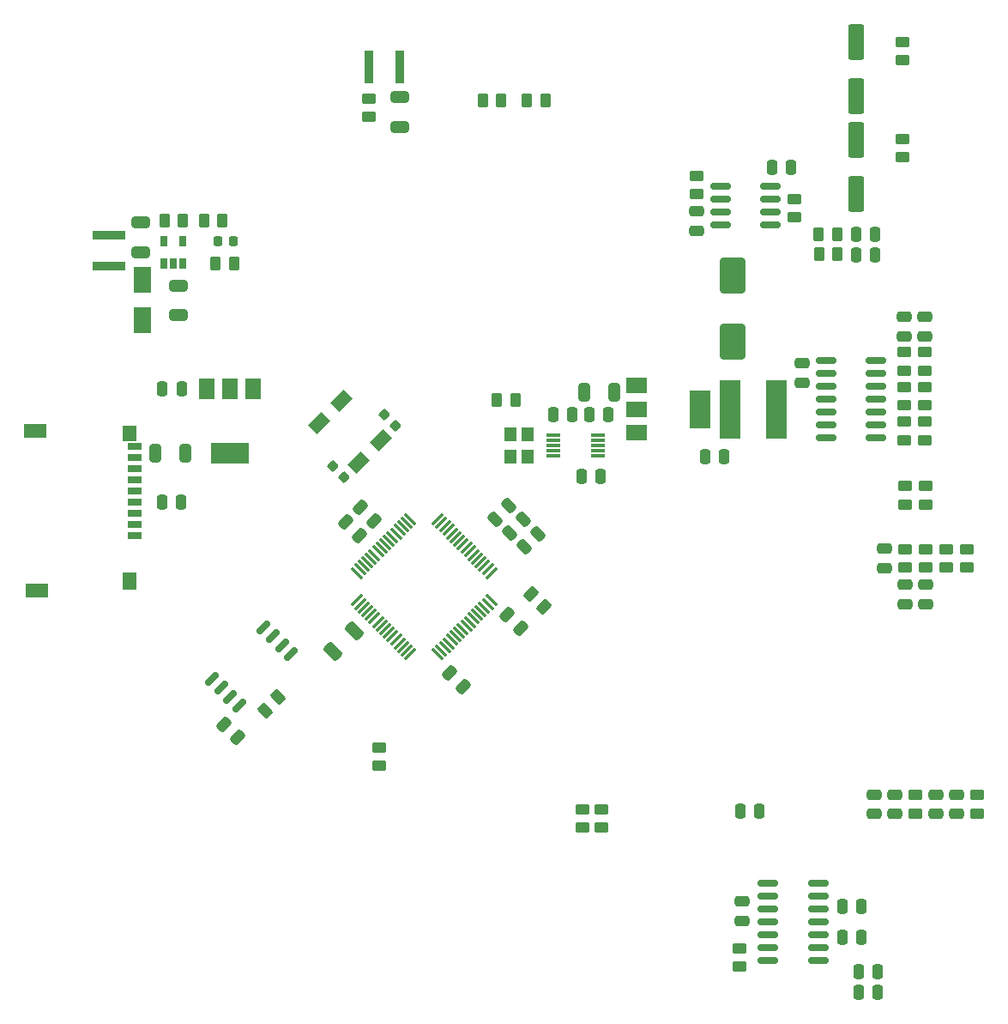
<source format=gtp>
G04 #@! TF.GenerationSoftware,KiCad,Pcbnew,(6.0.1)*
G04 #@! TF.CreationDate,2022-02-24T15:47:44-08:00*
G04 #@! TF.ProjectId,MegaBlaster2,4d656761-426c-4617-9374-6572322e6b69,rev?*
G04 #@! TF.SameCoordinates,Original*
G04 #@! TF.FileFunction,Paste,Top*
G04 #@! TF.FilePolarity,Positive*
%FSLAX46Y46*%
G04 Gerber Fmt 4.6, Leading zero omitted, Abs format (unit mm)*
G04 Created by KiCad (PCBNEW (6.0.1)) date 2022-02-24 15:47:44*
%MOMM*%
%LPD*%
G01*
G04 APERTURE LIST*
G04 Aperture macros list*
%AMRoundRect*
0 Rectangle with rounded corners*
0 $1 Rounding radius*
0 $2 $3 $4 $5 $6 $7 $8 $9 X,Y pos of 4 corners*
0 Add a 4 corners polygon primitive as box body*
4,1,4,$2,$3,$4,$5,$6,$7,$8,$9,$2,$3,0*
0 Add four circle primitives for the rounded corners*
1,1,$1+$1,$2,$3*
1,1,$1+$1,$4,$5*
1,1,$1+$1,$6,$7*
1,1,$1+$1,$8,$9*
0 Add four rect primitives between the rounded corners*
20,1,$1+$1,$2,$3,$4,$5,0*
20,1,$1+$1,$4,$5,$6,$7,0*
20,1,$1+$1,$6,$7,$8,$9,0*
20,1,$1+$1,$8,$9,$2,$3,0*%
%AMRotRect*
0 Rectangle, with rotation*
0 The origin of the aperture is its center*
0 $1 length*
0 $2 width*
0 $3 Rotation angle, in degrees counterclockwise*
0 Add horizontal line*
21,1,$1,$2,0,0,$3*%
G04 Aperture macros list end*
%ADD10RoundRect,0.250000X-0.450000X0.262500X-0.450000X-0.262500X0.450000X-0.262500X0.450000X0.262500X0*%
%ADD11RoundRect,0.225000X0.335876X0.017678X0.017678X0.335876X-0.335876X-0.017678X-0.017678X-0.335876X0*%
%ADD12RoundRect,0.250000X0.159099X-0.512652X0.512652X-0.159099X-0.159099X0.512652X-0.512652X0.159099X0*%
%ADD13RoundRect,0.250000X-0.512652X-0.159099X-0.159099X-0.512652X0.512652X0.159099X0.159099X0.512652X0*%
%ADD14RoundRect,0.250000X0.512652X0.159099X0.159099X0.512652X-0.512652X-0.159099X-0.159099X-0.512652X0*%
%ADD15RoundRect,0.249999X-0.229810X0.689431X-0.689431X0.229810X0.229810X-0.689431X0.689431X-0.229810X0*%
%ADD16RoundRect,0.249999X-0.650001X0.325001X-0.650001X-0.325001X0.650001X-0.325001X0.650001X0.325001X0*%
%ADD17RoundRect,0.225000X0.225000X0.250000X-0.225000X0.250000X-0.225000X-0.250000X0.225000X-0.250000X0*%
%ADD18RoundRect,0.249999X0.650001X-0.325001X0.650001X0.325001X-0.650001X0.325001X-0.650001X-0.325001X0*%
%ADD19RoundRect,0.250000X0.250000X0.475000X-0.250000X0.475000X-0.250000X-0.475000X0.250000X-0.475000X0*%
%ADD20RoundRect,0.250000X-0.250000X-0.475000X0.250000X-0.475000X0.250000X0.475000X-0.250000X0.475000X0*%
%ADD21RoundRect,0.249999X0.325001X0.650001X-0.325001X0.650001X-0.325001X-0.650001X0.325001X-0.650001X0*%
%ADD22RoundRect,0.250000X1.000000X-1.500000X1.000000X1.500000X-1.000000X1.500000X-1.000000X-1.500000X0*%
%ADD23RoundRect,0.250000X-0.475000X0.250000X-0.475000X-0.250000X0.475000X-0.250000X0.475000X0.250000X0*%
%ADD24RoundRect,0.250000X0.550000X-1.500000X0.550000X1.500000X-0.550000X1.500000X-0.550000X-1.500000X0*%
%ADD25R,1.800000X2.500000*%
%ADD26R,1.400000X1.800000*%
%ADD27R,1.400000X1.600000*%
%ADD28R,2.200000X1.400000*%
%ADD29R,1.400000X0.700000*%
%ADD30R,3.300000X0.950000*%
%ADD31R,0.950000X3.300000*%
%ADD32R,2.000000X5.800000*%
%ADD33RoundRect,0.249998X0.450002X-0.262502X0.450002X0.262502X-0.450002X0.262502X-0.450002X-0.262502X0*%
%ADD34RoundRect,0.249998X-0.262502X-0.450002X0.262502X-0.450002X0.262502X0.450002X-0.262502X0.450002X0*%
%ADD35RoundRect,0.249998X0.262502X0.450002X-0.262502X0.450002X-0.262502X-0.450002X0.262502X-0.450002X0*%
%ADD36RoundRect,0.249998X-0.450002X0.262502X-0.450002X-0.262502X0.450002X-0.262502X0.450002X0.262502X0*%
%ADD37RoundRect,0.249998X0.132583X-0.503816X0.503816X-0.132583X-0.132583X0.503816X-0.503816X0.132583X0*%
%ADD38RoundRect,0.075000X-0.521491X0.415425X0.415425X-0.521491X0.521491X-0.415425X-0.415425X0.521491X0*%
%ADD39RoundRect,0.075000X-0.521491X-0.415425X-0.415425X-0.521491X0.521491X0.415425X0.415425X0.521491X0*%
%ADD40R,0.650000X1.060000*%
%ADD41R,1.500000X2.000000*%
%ADD42R,3.800000X2.000000*%
%ADD43R,2.000000X1.500000*%
%ADD44R,2.000000X3.800000*%
%ADD45RoundRect,0.150000X0.353553X0.565685X-0.565685X-0.353553X-0.353553X-0.565685X0.565685X0.353553X0*%
%ADD46R,1.400000X0.300000*%
%ADD47RoundRect,0.150000X-0.825000X-0.150000X0.825000X-0.150000X0.825000X0.150000X-0.825000X0.150000X0*%
%ADD48RotRect,1.300000X1.900000X135.000000*%
%ADD49R,1.200000X1.400000*%
%ADD50RoundRect,0.249998X-0.503816X-0.132583X-0.132583X-0.503816X0.503816X0.132583X0.132583X0.503816X0*%
%ADD51RoundRect,0.250000X0.450000X-0.262500X0.450000X0.262500X-0.450000X0.262500X-0.450000X-0.262500X0*%
%ADD52RoundRect,0.250000X0.475000X-0.250000X0.475000X0.250000X-0.475000X0.250000X-0.475000X-0.250000X0*%
G04 APERTURE END LIST*
D10*
X175514000Y-118340500D03*
X175514000Y-120165500D03*
X181610000Y-118340500D03*
X181610000Y-120165500D03*
D11*
X124200000Y-81900000D03*
X123103984Y-80803984D03*
D12*
X134028249Y-91121751D03*
X135371751Y-89778249D03*
D11*
X119098008Y-86998008D03*
X118001992Y-85901992D03*
D13*
X135228249Y-100528249D03*
X136571751Y-101871751D03*
D14*
X122090000Y-91270000D03*
X120746498Y-89926498D03*
X120650000Y-92710000D03*
X119306498Y-91366498D03*
D13*
X129528249Y-106328249D03*
X130871751Y-107671751D03*
D15*
X120092983Y-102107017D03*
X118007017Y-104192983D03*
D16*
X99060000Y-61875000D03*
X99060000Y-64825000D03*
D12*
X135472249Y-92492751D03*
X136815751Y-91149249D03*
X136869249Y-93889751D03*
X138212751Y-92546249D03*
D17*
X108225000Y-63750000D03*
X106675000Y-63750000D03*
D18*
X102750000Y-71025000D03*
X102750000Y-68075000D03*
X124650000Y-52475000D03*
X124650000Y-49525000D03*
D19*
X103100000Y-78300000D03*
X101200000Y-78300000D03*
X145222000Y-80772000D03*
X143322000Y-80772000D03*
D20*
X139766000Y-80772000D03*
X141666000Y-80772000D03*
D13*
X107278249Y-111342249D03*
X108621751Y-112685751D03*
D21*
X103425000Y-84600000D03*
X100475000Y-84600000D03*
X145745000Y-78570000D03*
X142795000Y-78570000D03*
D20*
X142560000Y-86868000D03*
X144460000Y-86868000D03*
D22*
X157480000Y-73608000D03*
X157480000Y-67108000D03*
D19*
X103058000Y-89408000D03*
X101158000Y-89408000D03*
D23*
X153924000Y-60772000D03*
X153924000Y-62672000D03*
D20*
X161356000Y-56388000D03*
X163256000Y-56388000D03*
D24*
X169672000Y-49436000D03*
X169672000Y-44036000D03*
X169672000Y-59088000D03*
X169672000Y-53688000D03*
D25*
X99200000Y-71500000D03*
X99200000Y-67500000D03*
D26*
X97925000Y-97208000D03*
D27*
X97925000Y-82660000D03*
D28*
X88626000Y-82459000D03*
X88824000Y-98209000D03*
D29*
X98485000Y-92710000D03*
X98485000Y-91610000D03*
X98485000Y-90510000D03*
X98485000Y-89410000D03*
X98485000Y-88310000D03*
X98485000Y-87210000D03*
X98485000Y-86110000D03*
X98485000Y-85010000D03*
X98485000Y-83910000D03*
D30*
X95900000Y-66150000D03*
X95900000Y-63100000D03*
D31*
X124650000Y-46550000D03*
X121600000Y-46550000D03*
D32*
X161798000Y-80264000D03*
X157198000Y-80264000D03*
D33*
X122580000Y-115482500D03*
X122580000Y-113657500D03*
D34*
X134215500Y-79390000D03*
X136040500Y-79390000D03*
X101387500Y-61650000D03*
X103212500Y-61650000D03*
X105287500Y-61650000D03*
X107112500Y-61650000D03*
D35*
X108262500Y-65900000D03*
X106437500Y-65900000D03*
D34*
X132787500Y-49800000D03*
X134612500Y-49800000D03*
D35*
X138962500Y-49800000D03*
X137137500Y-49800000D03*
D36*
X121600000Y-49637500D03*
X121600000Y-51462500D03*
D37*
X111324765Y-109995235D03*
X112615235Y-108704765D03*
D35*
X167800501Y-64950000D03*
X165975501Y-64950000D03*
D36*
X153924000Y-57253500D03*
X153924000Y-59078500D03*
X163576000Y-59539500D03*
X163576000Y-61364500D03*
D34*
X165965500Y-62992000D03*
X167790500Y-62992000D03*
D33*
X174244000Y-45870500D03*
X174244000Y-44045500D03*
X174244000Y-55419000D03*
X174244000Y-53594000D03*
D38*
X125647658Y-91134357D03*
X125294105Y-91487911D03*
X124940551Y-91841464D03*
X124586998Y-92195018D03*
X124233445Y-92548571D03*
X123879891Y-92902124D03*
X123526338Y-93255678D03*
X123172785Y-93609231D03*
X122819231Y-93962785D03*
X122465678Y-94316338D03*
X122112124Y-94669891D03*
X121758571Y-95023445D03*
X121405018Y-95376998D03*
X121051464Y-95730551D03*
X120697911Y-96084105D03*
X120344357Y-96437658D03*
D39*
X120344357Y-99142342D03*
X120697911Y-99495895D03*
X121051464Y-99849449D03*
X121405018Y-100203002D03*
X121758571Y-100556555D03*
X122112124Y-100910109D03*
X122465678Y-101263662D03*
X122819231Y-101617215D03*
X123172785Y-101970769D03*
X123526338Y-102324322D03*
X123879891Y-102677876D03*
X124233445Y-103031429D03*
X124586998Y-103384982D03*
X124940551Y-103738536D03*
X125294105Y-104092089D03*
X125647658Y-104445643D03*
D38*
X128352342Y-104445643D03*
X128705895Y-104092089D03*
X129059449Y-103738536D03*
X129413002Y-103384982D03*
X129766555Y-103031429D03*
X130120109Y-102677876D03*
X130473662Y-102324322D03*
X130827215Y-101970769D03*
X131180769Y-101617215D03*
X131534322Y-101263662D03*
X131887876Y-100910109D03*
X132241429Y-100556555D03*
X132594982Y-100203002D03*
X132948536Y-99849449D03*
X133302089Y-99495895D03*
X133655643Y-99142342D03*
D39*
X133655643Y-96437658D03*
X133302089Y-96084105D03*
X132948536Y-95730551D03*
X132594982Y-95376998D03*
X132241429Y-95023445D03*
X131887876Y-94669891D03*
X131534322Y-94316338D03*
X131180769Y-93962785D03*
X130827215Y-93609231D03*
X130473662Y-93255678D03*
X130120109Y-92902124D03*
X129766555Y-92548571D03*
X129413002Y-92195018D03*
X129059449Y-91841464D03*
X128705895Y-91487911D03*
X128352342Y-91134357D03*
D40*
X101285000Y-65870000D03*
X102235000Y-65870000D03*
X103185000Y-65870000D03*
X103185000Y-63670000D03*
X101285000Y-63670000D03*
D41*
X110150000Y-78300000D03*
X107850000Y-78300000D03*
D42*
X107850000Y-84600000D03*
D41*
X105550000Y-78300000D03*
D43*
X147980000Y-77964000D03*
D44*
X154280000Y-80264000D03*
D43*
X147980000Y-80264000D03*
X147980000Y-82564000D03*
D45*
X113874623Y-104465454D03*
X112976597Y-103567428D03*
X112078572Y-102669403D03*
X111180546Y-101771377D03*
X106089377Y-106862546D03*
X106987403Y-107760572D03*
X107885428Y-108658597D03*
X108783454Y-109556623D03*
D46*
X139786000Y-82850000D03*
X139786000Y-83350000D03*
X139786000Y-83850000D03*
X139786000Y-84350000D03*
X139786000Y-84850000D03*
X144186000Y-84850000D03*
X144186000Y-84350000D03*
X144186000Y-83850000D03*
X144186000Y-83350000D03*
X144186000Y-82850000D03*
D47*
X156275000Y-58293000D03*
X156275000Y-59563000D03*
X156275000Y-60833000D03*
X156275000Y-62103000D03*
X161225000Y-62103000D03*
X161225000Y-60833000D03*
X161225000Y-59563000D03*
X161225000Y-58293000D03*
D48*
X122775914Y-83313173D03*
X118886827Y-79424086D03*
X116624086Y-81686827D03*
X120513173Y-85575914D03*
D49*
X135548000Y-82720000D03*
X135548000Y-84920000D03*
X137248000Y-84920000D03*
X137248000Y-82720000D03*
D50*
X137530765Y-98478265D03*
X138821235Y-99768735D03*
D23*
X172466000Y-94046000D03*
X172466000Y-95946000D03*
D47*
X160974000Y-127000000D03*
X160974000Y-128270000D03*
X160974000Y-129540000D03*
X160974000Y-130810000D03*
X160974000Y-132080000D03*
X160974000Y-133350000D03*
X160974000Y-134620000D03*
X165924000Y-134620000D03*
X165924000Y-133350000D03*
X165924000Y-132080000D03*
X165924000Y-130810000D03*
X165924000Y-129540000D03*
X165924000Y-128270000D03*
X165924000Y-127000000D03*
D23*
X173482000Y-118303000D03*
X173482000Y-120203000D03*
D51*
X174498000Y-89685500D03*
X174498000Y-87860500D03*
D10*
X176530000Y-94083500D03*
X176530000Y-95908500D03*
D51*
X176403000Y-83335500D03*
X176403000Y-81510500D03*
D10*
X176403000Y-74652500D03*
X176403000Y-76477500D03*
D51*
X176403000Y-79906500D03*
X176403000Y-78081500D03*
D23*
X174371000Y-71186000D03*
X174371000Y-73086000D03*
X164338000Y-75758000D03*
X164338000Y-77658000D03*
D19*
X171765000Y-135763000D03*
X169865000Y-135763000D03*
D23*
X176530000Y-97602000D03*
X176530000Y-99502000D03*
X174498000Y-97602000D03*
X174498000Y-99502000D03*
D10*
X180594000Y-94083500D03*
X180594000Y-95908500D03*
X178562000Y-94083500D03*
X178562000Y-95908500D03*
D51*
X174371000Y-79906500D03*
X174371000Y-78081500D03*
X174371000Y-83335500D03*
X174371000Y-81510500D03*
D10*
X158115000Y-133453500D03*
X158115000Y-135278500D03*
D47*
X166689000Y-75438000D03*
X166689000Y-76708000D03*
X166689000Y-77978000D03*
X166689000Y-79248000D03*
X166689000Y-80518000D03*
X166689000Y-81788000D03*
X166689000Y-83058000D03*
X171639000Y-83058000D03*
X171639000Y-81788000D03*
X171639000Y-80518000D03*
X171639000Y-79248000D03*
X171639000Y-77978000D03*
X171639000Y-76708000D03*
X171639000Y-75438000D03*
D23*
X176403000Y-71186000D03*
X176403000Y-73086000D03*
X171450000Y-118303000D03*
X171450000Y-120203000D03*
D20*
X168275000Y-132334000D03*
X170175000Y-132334000D03*
X158181000Y-119888000D03*
X160081000Y-119888000D03*
D10*
X142621000Y-119737500D03*
X142621000Y-121562500D03*
D20*
X168275000Y-129286000D03*
X170175000Y-129286000D03*
D19*
X156652000Y-84963000D03*
X154752000Y-84963000D03*
D51*
X176530000Y-89685500D03*
X176530000Y-87860500D03*
D20*
X169611000Y-65024000D03*
X171511000Y-65024000D03*
D23*
X179578000Y-118303000D03*
X179578000Y-120203000D03*
D10*
X144526000Y-119737500D03*
X144526000Y-121562500D03*
X174498000Y-94083500D03*
X174498000Y-95908500D03*
D23*
X177546000Y-118303000D03*
X177546000Y-120203000D03*
D10*
X174371000Y-74652500D03*
X174371000Y-76477500D03*
D52*
X158369000Y-130744000D03*
X158369000Y-128844000D03*
D20*
X169611000Y-62992000D03*
X171511000Y-62992000D03*
D19*
X171765000Y-137795000D03*
X169865000Y-137795000D03*
M02*

</source>
